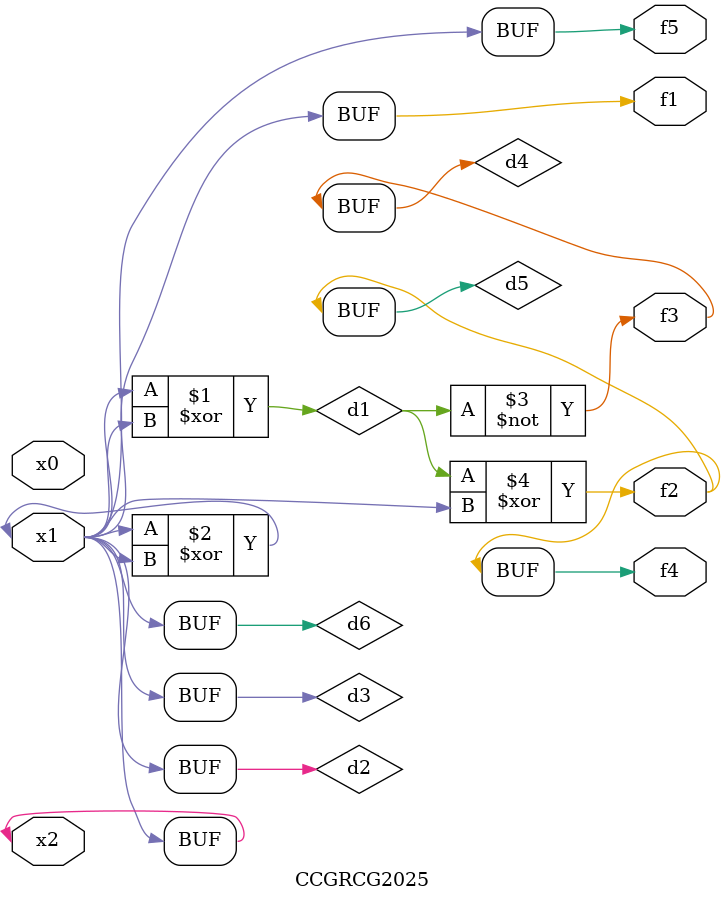
<source format=v>
module CCGRCG2025(
	input x0, x1, x2,
	output f1, f2, f3, f4, f5
);

	wire d1, d2, d3, d4, d5, d6;

	xor (d1, x1, x2);
	buf (d2, x1, x2);
	xor (d3, x1, x2);
	nor (d4, d1);
	xor (d5, d1, d2);
	buf (d6, d2, d3);
	assign f1 = d6;
	assign f2 = d5;
	assign f3 = d4;
	assign f4 = d5;
	assign f5 = d6;
endmodule

</source>
